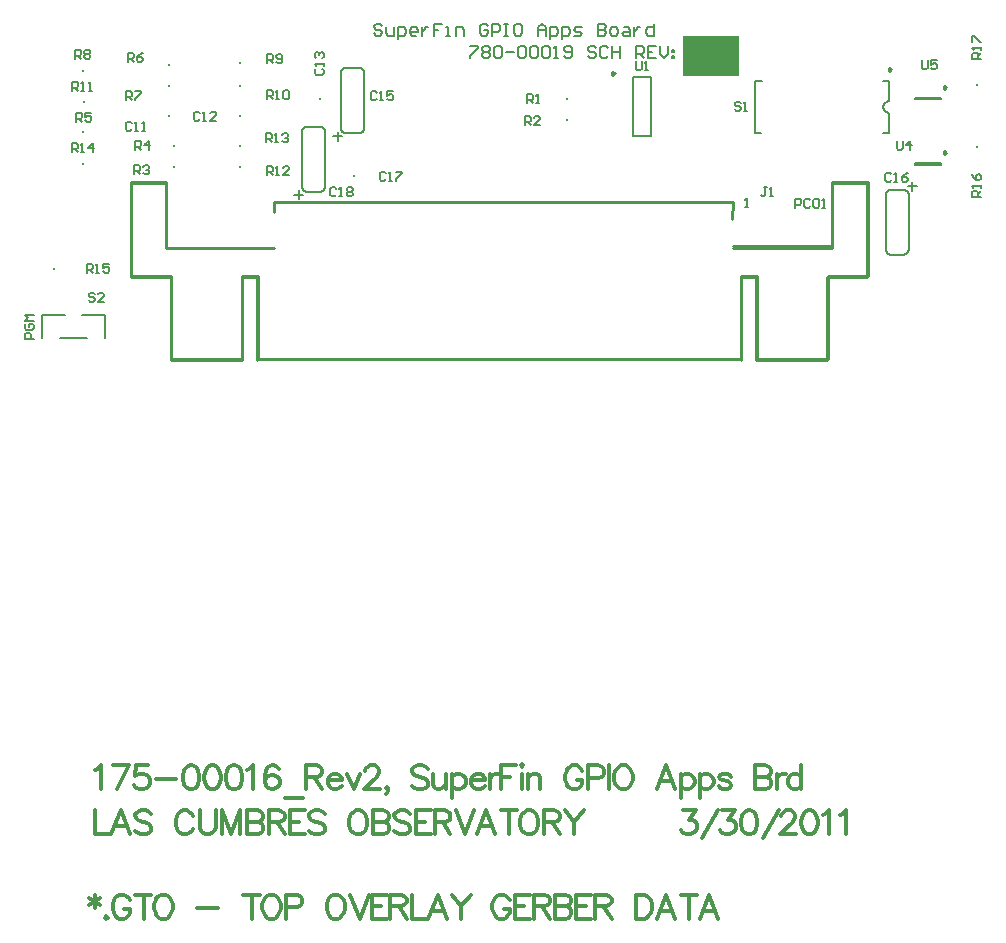
<source format=gto>
%FSLAX23Y23*%
%MOIN*%
G70*
G01*
G75*
G04 Layer_Color=65535*
%ADD10R,0.030X0.060*%
%ADD11R,0.048X0.078*%
%ADD12R,0.050X0.050*%
%ADD13R,0.016X0.041*%
%ADD14O,0.098X0.028*%
%ADD15R,0.030X0.100*%
%ADD16R,0.014X0.060*%
%ADD17R,0.031X0.060*%
%ADD18R,0.039X0.059*%
%ADD19R,0.050X0.050*%
%ADD20C,0.005*%
%ADD21C,0.020*%
%ADD22C,0.010*%
%ADD23C,0.012*%
%ADD24C,0.012*%
%ADD25C,0.012*%
%ADD26C,0.055*%
%ADD27R,0.059X0.059*%
%ADD28C,0.059*%
%ADD29R,0.059X0.059*%
%ADD30C,0.219*%
%ADD31C,0.024*%
%ADD32C,0.040*%
%ADD33C,0.073*%
G04:AMPARAMS|DCode=34|XSize=93.465mil|YSize=93.465mil|CornerRadius=0mil|HoleSize=0mil|Usage=FLASHONLY|Rotation=0.000|XOffset=0mil|YOffset=0mil|HoleType=Round|Shape=Relief|Width=10mil|Gap=10mil|Entries=4|*
%AMTHD34*
7,0,0,0.093,0.073,0.010,45*
%
%ADD34THD34*%
%ADD35C,0.075*%
G04:AMPARAMS|DCode=36|XSize=95.433mil|YSize=95.433mil|CornerRadius=0mil|HoleSize=0mil|Usage=FLASHONLY|Rotation=0.000|XOffset=0mil|YOffset=0mil|HoleType=Round|Shape=Relief|Width=10mil|Gap=10mil|Entries=4|*
%AMTHD36*
7,0,0,0.095,0.075,0.010,45*
%
%ADD36THD36*%
%ADD37C,0.206*%
%ADD38C,0.050*%
G04:AMPARAMS|DCode=39|XSize=70mil|YSize=70mil|CornerRadius=0mil|HoleSize=0mil|Usage=FLASHONLY|Rotation=0.000|XOffset=0mil|YOffset=0mil|HoleType=Round|Shape=Relief|Width=10mil|Gap=10mil|Entries=4|*
%AMTHD39*
7,0,0,0.070,0.050,0.010,45*
%
%ADD39THD39*%
%ADD40O,0.091X0.024*%
%ADD41R,0.020X0.020*%
%ADD42R,0.020X0.016*%
%ADD43O,0.079X0.024*%
%ADD44R,0.017X0.045*%
%ADD45C,0.007*%
%ADD46C,0.008*%
%ADD47C,0.010*%
%ADD48C,0.010*%
%ADD49C,0.008*%
%ADD50C,0.007*%
%ADD51C,0.006*%
%ADD52R,0.189X0.132*%
D20*
X23755Y16358D02*
X23750Y16363D01*
X23740D01*
X23735Y16358D01*
Y16353D01*
X23740Y16348D01*
X23750D01*
X23755Y16343D01*
Y16338D01*
X23750Y16333D01*
X23740D01*
X23735Y16338D01*
X23765Y16333D02*
X23775D01*
X23770D01*
Y16363D01*
X23765Y16358D01*
X22408Y16074D02*
X22403Y16079D01*
X22393D01*
X22388Y16074D01*
Y16054D01*
X22393Y16049D01*
X22403D01*
X22408Y16054D01*
X22418Y16049D02*
X22428D01*
X22423D01*
Y16079D01*
X22418Y16074D01*
X22443D02*
X22448Y16079D01*
X22458D01*
X22463Y16074D01*
Y16069D01*
X22458Y16064D01*
X22463Y16059D01*
Y16054D01*
X22458Y16049D01*
X22448D01*
X22443Y16054D01*
Y16059D01*
X22448Y16064D01*
X22443Y16069D01*
Y16074D01*
X22448Y16064D02*
X22458D01*
X24557Y16507D02*
X24527D01*
Y16522D01*
X24532Y16527D01*
X24542D01*
X24547Y16522D01*
Y16507D01*
Y16517D02*
X24557Y16527D01*
Y16537D02*
Y16547D01*
Y16542D01*
X24527D01*
X24532Y16537D01*
X24527Y16562D02*
Y16582D01*
X24532D01*
X24552Y16562D01*
X24557D01*
X24359Y16502D02*
Y16477D01*
X24364Y16472D01*
X24374D01*
X24379Y16477D01*
Y16502D01*
X24409D02*
X24389D01*
Y16487D01*
X24399Y16492D01*
X24404D01*
X24409Y16487D01*
Y16477D01*
X24404Y16472D01*
X24394D01*
X24389Y16477D01*
X23405Y16498D02*
Y16473D01*
X23410Y16468D01*
X23420D01*
X23425Y16473D01*
Y16498D01*
X23435Y16468D02*
X23445D01*
X23440D01*
Y16498D01*
X23435Y16493D01*
X23843Y16079D02*
X23833D01*
X23838D01*
Y16054D01*
X23833Y16049D01*
X23828D01*
X23823Y16054D01*
X23853Y16049D02*
X23863D01*
X23858D01*
Y16079D01*
X23853Y16074D01*
X23771Y16012D02*
X23781D01*
X23776D01*
Y16042D01*
X23771Y16037D01*
X23937Y16010D02*
Y16040D01*
X23952D01*
X23957Y16035D01*
Y16025D01*
X23952Y16020D01*
X23937D01*
X23987Y16035D02*
X23982Y16040D01*
X23972D01*
X23967Y16035D01*
Y16015D01*
X23972Y16010D01*
X23982D01*
X23987Y16015D01*
X23997Y16035D02*
X24002Y16040D01*
X24012D01*
X24017Y16035D01*
Y16015D01*
X24012Y16010D01*
X24002D01*
X23997Y16015D01*
Y16035D01*
X24027Y16010D02*
X24037D01*
X24032D01*
Y16040D01*
X24027Y16035D01*
X21603Y15721D02*
X21598Y15726D01*
X21588D01*
X21583Y15721D01*
Y15716D01*
X21588Y15711D01*
X21598D01*
X21603Y15706D01*
Y15701D01*
X21598Y15696D01*
X21588D01*
X21583Y15701D01*
X21633Y15696D02*
X21613D01*
X21633Y15716D01*
Y15721D01*
X21628Y15726D01*
X21618D01*
X21613Y15721D01*
X21726Y16292D02*
X21721Y16297D01*
X21711D01*
X21706Y16292D01*
Y16272D01*
X21711Y16267D01*
X21721D01*
X21726Y16272D01*
X21736Y16267D02*
X21746D01*
X21741D01*
Y16297D01*
X21736Y16292D01*
X21761Y16267D02*
X21771D01*
X21766D01*
Y16297D01*
X21761Y16292D01*
X21952Y16325D02*
X21947Y16330D01*
X21937D01*
X21932Y16325D01*
Y16305D01*
X21937Y16300D01*
X21947D01*
X21952Y16305D01*
X21962Y16300D02*
X21972D01*
X21967D01*
Y16330D01*
X21962Y16325D01*
X22007Y16300D02*
X21987D01*
X22007Y16320D01*
Y16325D01*
X22002Y16330D01*
X21992D01*
X21987Y16325D01*
X22340Y16473D02*
X22335Y16468D01*
Y16458D01*
X22340Y16453D01*
X22360D01*
X22365Y16458D01*
Y16468D01*
X22360Y16473D01*
X22365Y16483D02*
Y16493D01*
Y16488D01*
X22335D01*
X22340Y16483D01*
Y16508D02*
X22335Y16513D01*
Y16523D01*
X22340Y16528D01*
X22345D01*
X22350Y16523D01*
Y16518D01*
Y16523D01*
X22355Y16528D01*
X22360D01*
X22365Y16523D01*
Y16513D01*
X22360Y16508D01*
X22542Y16394D02*
X22537Y16399D01*
X22527D01*
X22522Y16394D01*
Y16374D01*
X22527Y16369D01*
X22537D01*
X22542Y16374D01*
X22552Y16369D02*
X22562D01*
X22557D01*
Y16399D01*
X22552Y16394D01*
X22597Y16399D02*
X22577D01*
Y16384D01*
X22587Y16389D01*
X22592D01*
X22597Y16384D01*
Y16374D01*
X22592Y16369D01*
X22582D01*
X22577Y16374D01*
X24258Y16122D02*
X24253Y16127D01*
X24243D01*
X24238Y16122D01*
Y16102D01*
X24243Y16097D01*
X24253D01*
X24258Y16102D01*
X24268Y16097D02*
X24278D01*
X24273D01*
Y16127D01*
X24268Y16122D01*
X24313Y16127D02*
X24303Y16122D01*
X24293Y16112D01*
Y16102D01*
X24298Y16097D01*
X24308D01*
X24313Y16102D01*
Y16107D01*
X24308Y16112D01*
X24293D01*
X22572Y16125D02*
X22567Y16130D01*
X22557D01*
X22552Y16125D01*
Y16105D01*
X22557Y16100D01*
X22567D01*
X22572Y16105D01*
X22582Y16100D02*
X22592D01*
X22587D01*
Y16130D01*
X22582Y16125D01*
X22607Y16130D02*
X22627D01*
Y16125D01*
X22607Y16105D01*
Y16100D01*
X23044Y16359D02*
Y16389D01*
X23059D01*
X23064Y16384D01*
Y16374D01*
X23059Y16369D01*
X23044D01*
X23054D02*
X23064Y16359D01*
X23074D02*
X23084D01*
X23079D01*
Y16389D01*
X23074Y16384D01*
X23036Y16285D02*
Y16315D01*
X23051D01*
X23056Y16310D01*
Y16300D01*
X23051Y16295D01*
X23036D01*
X23046D02*
X23056Y16285D01*
X23086D02*
X23066D01*
X23086Y16305D01*
Y16310D01*
X23081Y16315D01*
X23071D01*
X23066Y16310D01*
X21734Y16122D02*
Y16152D01*
X21749D01*
X21754Y16147D01*
Y16137D01*
X21749Y16132D01*
X21734D01*
X21744D02*
X21754Y16122D01*
X21764Y16147D02*
X21769Y16152D01*
X21779D01*
X21784Y16147D01*
Y16142D01*
X21779Y16137D01*
X21774D01*
X21779D01*
X21784Y16132D01*
Y16127D01*
X21779Y16122D01*
X21769D01*
X21764Y16127D01*
X21737Y16203D02*
Y16233D01*
X21752D01*
X21757Y16228D01*
Y16218D01*
X21752Y16213D01*
X21737D01*
X21747D02*
X21757Y16203D01*
X21782D02*
Y16233D01*
X21767Y16218D01*
X21787D01*
X21540Y16296D02*
Y16326D01*
X21555D01*
X21560Y16321D01*
Y16311D01*
X21555Y16306D01*
X21540D01*
X21550D02*
X21560Y16296D01*
X21590Y16326D02*
X21570D01*
Y16311D01*
X21580Y16316D01*
X21585D01*
X21590Y16311D01*
Y16301D01*
X21585Y16296D01*
X21575D01*
X21570Y16301D01*
X21712Y16497D02*
Y16527D01*
X21727D01*
X21732Y16522D01*
Y16512D01*
X21727Y16507D01*
X21712D01*
X21722D02*
X21732Y16497D01*
X21762Y16527D02*
X21752Y16522D01*
X21742Y16512D01*
Y16502D01*
X21747Y16497D01*
X21757D01*
X21762Y16502D01*
Y16507D01*
X21757Y16512D01*
X21742D01*
X21705Y16368D02*
Y16398D01*
X21720D01*
X21725Y16393D01*
Y16383D01*
X21720Y16378D01*
X21705D01*
X21715D02*
X21725Y16368D01*
X21735Y16398D02*
X21755D01*
Y16393D01*
X21735Y16373D01*
Y16368D01*
X21538Y16506D02*
Y16536D01*
X21553D01*
X21558Y16531D01*
Y16521D01*
X21553Y16516D01*
X21538D01*
X21548D02*
X21558Y16506D01*
X21568Y16531D02*
X21573Y16536D01*
X21583D01*
X21588Y16531D01*
Y16526D01*
X21583Y16521D01*
X21588Y16516D01*
Y16511D01*
X21583Y16506D01*
X21573D01*
X21568Y16511D01*
Y16516D01*
X21573Y16521D01*
X21568Y16526D01*
Y16531D01*
X21573Y16521D02*
X21583D01*
X22177Y16492D02*
Y16522D01*
X22192D01*
X22197Y16517D01*
Y16507D01*
X22192Y16502D01*
X22177D01*
X22187D02*
X22197Y16492D01*
X22207Y16497D02*
X22212Y16492D01*
X22222D01*
X22227Y16497D01*
Y16517D01*
X22222Y16522D01*
X22212D01*
X22207Y16517D01*
Y16512D01*
X22212Y16507D01*
X22227D01*
X22175Y16371D02*
Y16401D01*
X22190D01*
X22195Y16396D01*
Y16386D01*
X22190Y16381D01*
X22175D01*
X22185D02*
X22195Y16371D01*
X22205D02*
X22215D01*
X22210D01*
Y16401D01*
X22205Y16396D01*
X22230D02*
X22235Y16401D01*
X22245D01*
X22250Y16396D01*
Y16376D01*
X22245Y16371D01*
X22235D01*
X22230Y16376D01*
Y16396D01*
X21527Y16400D02*
Y16430D01*
X21542D01*
X21547Y16425D01*
Y16415D01*
X21542Y16410D01*
X21527D01*
X21537D02*
X21547Y16400D01*
X21557D02*
X21567D01*
X21562D01*
Y16430D01*
X21557Y16425D01*
X21582Y16400D02*
X21592D01*
X21587D01*
Y16430D01*
X21582Y16425D01*
X22175Y16118D02*
Y16148D01*
X22190D01*
X22195Y16143D01*
Y16133D01*
X22190Y16128D01*
X22175D01*
X22185D02*
X22195Y16118D01*
X22205D02*
X22215D01*
X22210D01*
Y16148D01*
X22205Y16143D01*
X22250Y16118D02*
X22230D01*
X22250Y16138D01*
Y16143D01*
X22245Y16148D01*
X22235D01*
X22230Y16143D01*
X22172Y16228D02*
Y16258D01*
X22187D01*
X22192Y16253D01*
Y16243D01*
X22187Y16238D01*
X22172D01*
X22182D02*
X22192Y16228D01*
X22202D02*
X22212D01*
X22207D01*
Y16258D01*
X22202Y16253D01*
X22227D02*
X22232Y16258D01*
X22242D01*
X22247Y16253D01*
Y16248D01*
X22242Y16243D01*
X22237D01*
X22242D01*
X22247Y16238D01*
Y16233D01*
X22242Y16228D01*
X22232D01*
X22227Y16233D01*
X21526Y16195D02*
Y16225D01*
X21541D01*
X21546Y16220D01*
Y16210D01*
X21541Y16205D01*
X21526D01*
X21536D02*
X21546Y16195D01*
X21556D02*
X21566D01*
X21561D01*
Y16225D01*
X21556Y16220D01*
X21596Y16195D02*
Y16225D01*
X21581Y16210D01*
X21601D01*
X21576Y15793D02*
Y15823D01*
X21591D01*
X21596Y15818D01*
Y15808D01*
X21591Y15803D01*
X21576D01*
X21586D02*
X21596Y15793D01*
X21606D02*
X21616D01*
X21611D01*
Y15823D01*
X21606Y15818D01*
X21651Y15823D02*
X21631D01*
Y15808D01*
X21641Y15813D01*
X21646D01*
X21651Y15808D01*
Y15798D01*
X21646Y15793D01*
X21636D01*
X21631Y15798D01*
X24555Y16047D02*
X24525D01*
Y16062D01*
X24530Y16067D01*
X24540D01*
X24545Y16062D01*
Y16047D01*
Y16057D02*
X24555Y16067D01*
Y16077D02*
Y16087D01*
Y16082D01*
X24525D01*
X24530Y16077D01*
X24525Y16122D02*
X24530Y16112D01*
X24540Y16102D01*
X24550D01*
X24555Y16107D01*
Y16117D01*
X24550Y16122D01*
X24545D01*
X24540Y16117D01*
Y16102D01*
X24276Y16233D02*
Y16208D01*
X24281Y16203D01*
X24291D01*
X24296Y16208D01*
Y16233D01*
X24321Y16203D02*
Y16233D01*
X24306Y16218D01*
X24326D01*
X21399Y15574D02*
X21369D01*
Y15589D01*
X21374Y15594D01*
X21384D01*
X21389Y15589D01*
Y15574D01*
X21374Y15624D02*
X21369Y15619D01*
Y15609D01*
X21374Y15604D01*
X21394D01*
X21399Y15609D01*
Y15619D01*
X21394Y15624D01*
X21384D01*
Y15614D01*
X21399Y15634D02*
X21369D01*
X21379Y15644D01*
X21369Y15654D01*
X21399D01*
D22*
X24257Y16471D02*
X24249Y16475D01*
Y16467D01*
X24257Y16471D01*
X23728Y15972D02*
X23729Y16030D01*
X24061Y15881D02*
Y16097D01*
X24179Y15782D02*
Y16097D01*
X23757Y15507D02*
Y15782D01*
X23809Y15507D02*
Y15782D01*
X24045Y15507D02*
Y15782D01*
X23757D02*
X23809D01*
X24061Y16097D02*
X24179D01*
X24045Y15782D02*
X24179D01*
X23730Y15881D02*
X24061D01*
X23809Y15507D02*
X24045D01*
X22144D02*
X23757D01*
X21857D02*
X22093D01*
X21841Y15876D02*
X22200D01*
X21723Y15782D02*
X21857D01*
X21723Y16097D02*
X21841D01*
X22093Y15782D02*
X22145D01*
X21857Y15507D02*
Y15782D01*
X22093Y15507D02*
Y15782D01*
X22145Y15507D02*
Y15782D01*
X21723D02*
Y16097D01*
X21841Y15881D02*
Y16097D01*
X21840Y15877D02*
Y16093D01*
X21722Y15778D02*
Y16093D01*
X22144Y15503D02*
Y15778D01*
X22092Y15503D02*
Y15778D01*
X21856Y15503D02*
Y15778D01*
X22092D02*
X22144D01*
X21722Y16093D02*
X21840D01*
X21722Y15778D02*
X21856D01*
Y15503D02*
X22092D01*
X23807D02*
X24044D01*
X23729Y15877D02*
X24059D01*
X24044Y15778D02*
X24178D01*
X24059Y16093D02*
X24178D01*
X23756Y15778D02*
X23807D01*
X24044Y15503D02*
Y15778D01*
X23807Y15503D02*
Y15778D01*
X23756Y15503D02*
Y15778D01*
X24178D02*
Y16093D01*
X24059Y15877D02*
Y16093D01*
X22200Y16030D02*
X23729D01*
X22200Y15995D02*
Y16030D01*
D23*
X21602Y13720D02*
Y13675D01*
X21583Y13709D02*
X21621Y13686D01*
Y13709D02*
X21583Y13686D01*
X21641Y13648D02*
X21637Y13644D01*
X21641Y13640D01*
X21645Y13644D01*
X21641Y13648D01*
X21720Y13701D02*
X21716Y13709D01*
X21708Y13716D01*
X21701Y13720D01*
X21685D01*
X21678Y13716D01*
X21670Y13709D01*
X21666Y13701D01*
X21662Y13690D01*
Y13671D01*
X21666Y13659D01*
X21670Y13652D01*
X21678Y13644D01*
X21685Y13640D01*
X21701D01*
X21708Y13644D01*
X21716Y13652D01*
X21720Y13659D01*
Y13671D01*
X21701D02*
X21720D01*
X21765Y13720D02*
Y13640D01*
X21738Y13720D02*
X21791D01*
X21824D02*
X21816Y13716D01*
X21808Y13709D01*
X21805Y13701D01*
X21801Y13690D01*
Y13671D01*
X21805Y13659D01*
X21808Y13652D01*
X21816Y13644D01*
X21824Y13640D01*
X21839D01*
X21846Y13644D01*
X21854Y13652D01*
X21858Y13659D01*
X21862Y13671D01*
Y13690D01*
X21858Y13701D01*
X21854Y13709D01*
X21846Y13716D01*
X21839Y13720D01*
X21824D01*
X21943Y13675D02*
X22012D01*
X22125Y13720D02*
Y13640D01*
X22098Y13720D02*
X22152D01*
X22184D02*
X22176Y13716D01*
X22169Y13709D01*
X22165Y13701D01*
X22161Y13690D01*
Y13671D01*
X22165Y13659D01*
X22169Y13652D01*
X22176Y13644D01*
X22184Y13640D01*
X22199D01*
X22207Y13644D01*
X22214Y13652D01*
X22218Y13659D01*
X22222Y13671D01*
Y13690D01*
X22218Y13701D01*
X22214Y13709D01*
X22207Y13716D01*
X22199Y13720D01*
X22184D01*
X22241Y13678D02*
X22275D01*
X22286Y13682D01*
X22290Y13686D01*
X22294Y13694D01*
Y13705D01*
X22290Y13713D01*
X22286Y13716D01*
X22275Y13720D01*
X22241D01*
Y13640D01*
X22398Y13720D02*
X22390Y13716D01*
X22382Y13709D01*
X22379Y13701D01*
X22375Y13690D01*
Y13671D01*
X22379Y13659D01*
X22382Y13652D01*
X22390Y13644D01*
X22398Y13640D01*
X22413D01*
X22420Y13644D01*
X22428Y13652D01*
X22432Y13659D01*
X22436Y13671D01*
Y13690D01*
X22432Y13701D01*
X22428Y13709D01*
X22420Y13716D01*
X22413Y13720D01*
X22398D01*
X22454D02*
X22485Y13640D01*
X22515Y13720D02*
X22485Y13640D01*
X22575Y13720D02*
X22526D01*
Y13640D01*
X22575D01*
X22526Y13682D02*
X22556D01*
X22588Y13720D02*
Y13640D01*
Y13720D02*
X22623D01*
X22634Y13716D01*
X22638Y13713D01*
X22642Y13705D01*
Y13697D01*
X22638Y13690D01*
X22634Y13686D01*
X22623Y13682D01*
X22588D01*
X22615D02*
X22642Y13640D01*
X22660Y13720D02*
Y13640D01*
X22705D01*
X22775D02*
X22745Y13720D01*
X22714Y13640D01*
X22725Y13667D02*
X22764D01*
X22794Y13720D02*
X22824Y13682D01*
Y13640D01*
X22855Y13720D02*
X22824Y13682D01*
X22985Y13701D02*
X22981Y13709D01*
X22973Y13716D01*
X22966Y13720D01*
X22951D01*
X22943Y13716D01*
X22935Y13709D01*
X22932Y13701D01*
X22928Y13690D01*
Y13671D01*
X22932Y13659D01*
X22935Y13652D01*
X22943Y13644D01*
X22951Y13640D01*
X22966D01*
X22973Y13644D01*
X22981Y13652D01*
X22985Y13659D01*
Y13671D01*
X22966D02*
X22985D01*
X23053Y13720D02*
X23003D01*
Y13640D01*
X23053D01*
X23003Y13682D02*
X23034D01*
X23066Y13720D02*
Y13640D01*
Y13720D02*
X23100D01*
X23112Y13716D01*
X23115Y13713D01*
X23119Y13705D01*
Y13697D01*
X23115Y13690D01*
X23112Y13686D01*
X23100Y13682D01*
X23066D01*
X23093D02*
X23119Y13640D01*
X23137Y13720D02*
Y13640D01*
Y13720D02*
X23171D01*
X23183Y13716D01*
X23187Y13713D01*
X23191Y13705D01*
Y13697D01*
X23187Y13690D01*
X23183Y13686D01*
X23171Y13682D01*
X23137D02*
X23171D01*
X23183Y13678D01*
X23187Y13675D01*
X23191Y13667D01*
Y13656D01*
X23187Y13648D01*
X23183Y13644D01*
X23171Y13640D01*
X23137D01*
X23258Y13720D02*
X23208D01*
Y13640D01*
X23258D01*
X23208Y13682D02*
X23239D01*
X23271Y13720D02*
Y13640D01*
Y13720D02*
X23306D01*
X23317Y13716D01*
X23321Y13713D01*
X23325Y13705D01*
Y13697D01*
X23321Y13690D01*
X23317Y13686D01*
X23306Y13682D01*
X23271D01*
X23298D02*
X23325Y13640D01*
X23405Y13720D02*
Y13640D01*
Y13720D02*
X23432D01*
X23443Y13716D01*
X23451Y13709D01*
X23455Y13701D01*
X23459Y13690D01*
Y13671D01*
X23455Y13659D01*
X23451Y13652D01*
X23443Y13644D01*
X23432Y13640D01*
X23405D01*
X23538D02*
X23507Y13720D01*
X23477Y13640D01*
X23488Y13667D02*
X23526D01*
X23583Y13720D02*
Y13640D01*
X23556Y13720D02*
X23609D01*
X23680Y13640D02*
X23649Y13720D01*
X23619Y13640D01*
X23630Y13667D02*
X23669D01*
D24*
X21604Y14136D02*
X21612Y14139D01*
X21623Y14151D01*
Y14071D01*
X21716Y14151D02*
X21678Y14071D01*
X21663Y14151D02*
X21716D01*
X21779D02*
X21741D01*
X21738Y14117D01*
X21741Y14120D01*
X21753Y14124D01*
X21764D01*
X21776Y14120D01*
X21783Y14113D01*
X21787Y14101D01*
Y14094D01*
X21783Y14082D01*
X21776Y14075D01*
X21764Y14071D01*
X21753D01*
X21741Y14075D01*
X21738Y14079D01*
X21734Y14086D01*
X21805Y14105D02*
X21874D01*
X21920Y14151D02*
X21909Y14147D01*
X21901Y14136D01*
X21897Y14117D01*
Y14105D01*
X21901Y14086D01*
X21909Y14075D01*
X21920Y14071D01*
X21928D01*
X21939Y14075D01*
X21947Y14086D01*
X21950Y14105D01*
Y14117D01*
X21947Y14136D01*
X21939Y14147D01*
X21928Y14151D01*
X21920D01*
X21991D02*
X21980Y14147D01*
X21972Y14136D01*
X21968Y14117D01*
Y14105D01*
X21972Y14086D01*
X21980Y14075D01*
X21991Y14071D01*
X21999D01*
X22010Y14075D01*
X22018Y14086D01*
X22022Y14105D01*
Y14117D01*
X22018Y14136D01*
X22010Y14147D01*
X21999Y14151D01*
X21991D01*
X22062D02*
X22051Y14147D01*
X22043Y14136D01*
X22040Y14117D01*
Y14105D01*
X22043Y14086D01*
X22051Y14075D01*
X22062Y14071D01*
X22070D01*
X22082Y14075D01*
X22089Y14086D01*
X22093Y14105D01*
Y14117D01*
X22089Y14136D01*
X22082Y14147D01*
X22070Y14151D01*
X22062D01*
X22111Y14136D02*
X22118Y14139D01*
X22130Y14151D01*
Y14071D01*
X22215Y14139D02*
X22211Y14147D01*
X22200Y14151D01*
X22192D01*
X22181Y14147D01*
X22173Y14136D01*
X22169Y14117D01*
Y14098D01*
X22173Y14082D01*
X22181Y14075D01*
X22192Y14071D01*
X22196D01*
X22208Y14075D01*
X22215Y14082D01*
X22219Y14094D01*
Y14098D01*
X22215Y14109D01*
X22208Y14117D01*
X22196Y14120D01*
X22192D01*
X22181Y14117D01*
X22173Y14109D01*
X22169Y14098D01*
X22237Y14044D02*
X22297D01*
X22308Y14151D02*
Y14071D01*
Y14151D02*
X22342D01*
X22353Y14147D01*
X22357Y14143D01*
X22361Y14136D01*
Y14128D01*
X22357Y14120D01*
X22353Y14117D01*
X22342Y14113D01*
X22308D01*
X22334D02*
X22361Y14071D01*
X22379Y14101D02*
X22425D01*
Y14109D01*
X22421Y14117D01*
X22417Y14120D01*
X22409Y14124D01*
X22398D01*
X22390Y14120D01*
X22383Y14113D01*
X22379Y14101D01*
Y14094D01*
X22383Y14082D01*
X22390Y14075D01*
X22398Y14071D01*
X22409D01*
X22417Y14075D01*
X22425Y14082D01*
X22442Y14124D02*
X22465Y14071D01*
X22488Y14124D02*
X22465Y14071D01*
X22504Y14132D02*
Y14136D01*
X22508Y14143D01*
X22512Y14147D01*
X22520Y14151D01*
X22535D01*
X22542Y14147D01*
X22546Y14143D01*
X22550Y14136D01*
Y14128D01*
X22546Y14120D01*
X22539Y14109D01*
X22500Y14071D01*
X22554D01*
X22579Y14075D02*
X22576Y14071D01*
X22572Y14075D01*
X22576Y14079D01*
X22579Y14075D01*
Y14067D01*
X22576Y14059D01*
X22572Y14056D01*
X22713Y14139D02*
X22705Y14147D01*
X22694Y14151D01*
X22679D01*
X22667Y14147D01*
X22660Y14139D01*
Y14132D01*
X22663Y14124D01*
X22667Y14120D01*
X22675Y14117D01*
X22698Y14109D01*
X22705Y14105D01*
X22709Y14101D01*
X22713Y14094D01*
Y14082D01*
X22705Y14075D01*
X22694Y14071D01*
X22679D01*
X22667Y14075D01*
X22660Y14082D01*
X22731Y14124D02*
Y14086D01*
X22735Y14075D01*
X22742Y14071D01*
X22754D01*
X22761Y14075D01*
X22773Y14086D01*
Y14124D02*
Y14071D01*
X22794Y14124D02*
Y14044D01*
Y14113D02*
X22801Y14120D01*
X22809Y14124D01*
X22820D01*
X22828Y14120D01*
X22836Y14113D01*
X22839Y14101D01*
Y14094D01*
X22836Y14082D01*
X22828Y14075D01*
X22820Y14071D01*
X22809D01*
X22801Y14075D01*
X22794Y14082D01*
X22857Y14101D02*
X22902D01*
Y14109D01*
X22898Y14117D01*
X22895Y14120D01*
X22887Y14124D01*
X22876D01*
X22868Y14120D01*
X22860Y14113D01*
X22857Y14101D01*
Y14094D01*
X22860Y14082D01*
X22868Y14075D01*
X22876Y14071D01*
X22887D01*
X22895Y14075D01*
X22902Y14082D01*
X22919Y14124D02*
Y14071D01*
Y14101D02*
X22923Y14113D01*
X22931Y14120D01*
X22938Y14124D01*
X22950D01*
X22957Y14151D02*
Y14071D01*
Y14151D02*
X23007D01*
X22957Y14113D02*
X22988D01*
X23023Y14151D02*
X23027Y14147D01*
X23031Y14151D01*
X23027Y14155D01*
X23023Y14151D01*
X23027Y14124D02*
Y14071D01*
X23045Y14124D02*
Y14071D01*
Y14109D02*
X23057Y14120D01*
X23064Y14124D01*
X23076D01*
X23083Y14120D01*
X23087Y14109D01*
Y14071D01*
X23228Y14132D02*
X23224Y14139D01*
X23217Y14147D01*
X23209Y14151D01*
X23194D01*
X23186Y14147D01*
X23178Y14139D01*
X23175Y14132D01*
X23171Y14120D01*
Y14101D01*
X23175Y14090D01*
X23178Y14082D01*
X23186Y14075D01*
X23194Y14071D01*
X23209D01*
X23217Y14075D01*
X23224Y14082D01*
X23228Y14090D01*
Y14101D01*
X23209D02*
X23228D01*
X23246Y14109D02*
X23280D01*
X23292Y14113D01*
X23296Y14117D01*
X23300Y14124D01*
Y14136D01*
X23296Y14143D01*
X23292Y14147D01*
X23280Y14151D01*
X23246D01*
Y14071D01*
X23317Y14151D02*
Y14071D01*
X23357Y14151D02*
X23349Y14147D01*
X23342Y14139D01*
X23338Y14132D01*
X23334Y14120D01*
Y14101D01*
X23338Y14090D01*
X23342Y14082D01*
X23349Y14075D01*
X23357Y14071D01*
X23372D01*
X23380Y14075D01*
X23388Y14082D01*
X23391Y14090D01*
X23395Y14101D01*
Y14120D01*
X23391Y14132D01*
X23388Y14139D01*
X23380Y14147D01*
X23372Y14151D01*
X23357D01*
X23538Y14071D02*
X23507Y14151D01*
X23477Y14071D01*
X23488Y14098D02*
X23526D01*
X23556Y14124D02*
Y14044D01*
Y14113D02*
X23564Y14120D01*
X23571Y14124D01*
X23583D01*
X23591Y14120D01*
X23598Y14113D01*
X23602Y14101D01*
Y14094D01*
X23598Y14082D01*
X23591Y14075D01*
X23583Y14071D01*
X23571D01*
X23564Y14075D01*
X23556Y14082D01*
X23619Y14124D02*
Y14044D01*
Y14113D02*
X23627Y14120D01*
X23634Y14124D01*
X23646D01*
X23653Y14120D01*
X23661Y14113D01*
X23665Y14101D01*
Y14094D01*
X23661Y14082D01*
X23653Y14075D01*
X23646Y14071D01*
X23634D01*
X23627Y14075D01*
X23619Y14082D01*
X23724Y14113D02*
X23720Y14120D01*
X23709Y14124D01*
X23697D01*
X23686Y14120D01*
X23682Y14113D01*
X23686Y14105D01*
X23693Y14101D01*
X23712Y14098D01*
X23720Y14094D01*
X23724Y14086D01*
Y14082D01*
X23720Y14075D01*
X23709Y14071D01*
X23697D01*
X23686Y14075D01*
X23682Y14082D01*
X23803Y14151D02*
Y14071D01*
Y14151D02*
X23838D01*
X23849Y14147D01*
X23853Y14143D01*
X23857Y14136D01*
Y14128D01*
X23853Y14120D01*
X23849Y14117D01*
X23838Y14113D01*
X23803D02*
X23838D01*
X23849Y14109D01*
X23853Y14105D01*
X23857Y14098D01*
Y14086D01*
X23853Y14079D01*
X23849Y14075D01*
X23838Y14071D01*
X23803D01*
X23875Y14124D02*
Y14071D01*
Y14101D02*
X23878Y14113D01*
X23886Y14120D01*
X23894Y14124D01*
X23905D01*
X23958Y14151D02*
Y14071D01*
Y14113D02*
X23950Y14120D01*
X23943Y14124D01*
X23931D01*
X23924Y14120D01*
X23916Y14113D01*
X23912Y14101D01*
Y14094D01*
X23916Y14082D01*
X23924Y14075D01*
X23931Y14071D01*
X23943D01*
X23950Y14075D01*
X23958Y14082D01*
D25*
X21604Y14001D02*
Y13921D01*
X21650D01*
X21719D02*
X21689Y14001D01*
X21658Y13921D01*
X21670Y13948D02*
X21708D01*
X21791Y13989D02*
X21784Y13997D01*
X21772Y14001D01*
X21757D01*
X21746Y13997D01*
X21738Y13989D01*
Y13982D01*
X21742Y13974D01*
X21746Y13970D01*
X21753Y13967D01*
X21776Y13959D01*
X21784Y13955D01*
X21787Y13951D01*
X21791Y13944D01*
Y13932D01*
X21784Y13925D01*
X21772Y13921D01*
X21757D01*
X21746Y13925D01*
X21738Y13932D01*
X21929Y13982D02*
X21925Y13989D01*
X21918Y13997D01*
X21910Y14001D01*
X21895D01*
X21887Y13997D01*
X21880Y13989D01*
X21876Y13982D01*
X21872Y13970D01*
Y13951D01*
X21876Y13940D01*
X21880Y13932D01*
X21887Y13925D01*
X21895Y13921D01*
X21910D01*
X21918Y13925D01*
X21925Y13932D01*
X21929Y13940D01*
X21952Y14001D02*
Y13944D01*
X21955Y13932D01*
X21963Y13925D01*
X21974Y13921D01*
X21982D01*
X21994Y13925D01*
X22001Y13932D01*
X22005Y13944D01*
Y14001D01*
X22027D02*
Y13921D01*
Y14001D02*
X22058Y13921D01*
X22088Y14001D02*
X22058Y13921D01*
X22088Y14001D02*
Y13921D01*
X22111Y14001D02*
Y13921D01*
Y14001D02*
X22145D01*
X22157Y13997D01*
X22160Y13993D01*
X22164Y13986D01*
Y13978D01*
X22160Y13970D01*
X22157Y13967D01*
X22145Y13963D01*
X22111D02*
X22145D01*
X22157Y13959D01*
X22160Y13955D01*
X22164Y13948D01*
Y13936D01*
X22160Y13928D01*
X22157Y13925D01*
X22145Y13921D01*
X22111D01*
X22182Y14001D02*
Y13921D01*
Y14001D02*
X22216D01*
X22228Y13997D01*
X22232Y13993D01*
X22235Y13986D01*
Y13978D01*
X22232Y13970D01*
X22228Y13967D01*
X22216Y13963D01*
X22182D01*
X22209D02*
X22235Y13921D01*
X22303Y14001D02*
X22253D01*
Y13921D01*
X22303D01*
X22253Y13963D02*
X22284D01*
X22369Y13989D02*
X22362Y13997D01*
X22350Y14001D01*
X22335D01*
X22324Y13997D01*
X22316Y13989D01*
Y13982D01*
X22320Y13974D01*
X22324Y13970D01*
X22331Y13967D01*
X22354Y13959D01*
X22362Y13955D01*
X22366Y13951D01*
X22369Y13944D01*
Y13932D01*
X22362Y13925D01*
X22350Y13921D01*
X22335D01*
X22324Y13925D01*
X22316Y13932D01*
X22473Y14001D02*
X22465Y13997D01*
X22458Y13989D01*
X22454Y13982D01*
X22450Y13970D01*
Y13951D01*
X22454Y13940D01*
X22458Y13932D01*
X22465Y13925D01*
X22473Y13921D01*
X22488D01*
X22496Y13925D01*
X22504Y13932D01*
X22507Y13940D01*
X22511Y13951D01*
Y13970D01*
X22507Y13982D01*
X22504Y13989D01*
X22496Y13997D01*
X22488Y14001D01*
X22473D01*
X22530D02*
Y13921D01*
Y14001D02*
X22564D01*
X22576Y13997D01*
X22579Y13993D01*
X22583Y13986D01*
Y13978D01*
X22579Y13970D01*
X22576Y13967D01*
X22564Y13963D01*
X22530D02*
X22564D01*
X22576Y13959D01*
X22579Y13955D01*
X22583Y13948D01*
Y13936D01*
X22579Y13928D01*
X22576Y13925D01*
X22564Y13921D01*
X22530D01*
X22654Y13989D02*
X22647Y13997D01*
X22635Y14001D01*
X22620D01*
X22609Y13997D01*
X22601Y13989D01*
Y13982D01*
X22605Y13974D01*
X22609Y13970D01*
X22616Y13967D01*
X22639Y13959D01*
X22647Y13955D01*
X22651Y13951D01*
X22654Y13944D01*
Y13932D01*
X22647Y13925D01*
X22635Y13921D01*
X22620D01*
X22609Y13925D01*
X22601Y13932D01*
X22722Y14001D02*
X22672D01*
Y13921D01*
X22722D01*
X22672Y13963D02*
X22703D01*
X22735Y14001D02*
Y13921D01*
Y14001D02*
X22769D01*
X22781Y13997D01*
X22785Y13993D01*
X22788Y13986D01*
Y13978D01*
X22785Y13970D01*
X22781Y13967D01*
X22769Y13963D01*
X22735D01*
X22762D02*
X22788Y13921D01*
X22806Y14001D02*
X22837Y13921D01*
X22867Y14001D02*
X22837Y13921D01*
X22938D02*
X22908Y14001D01*
X22878Y13921D01*
X22889Y13948D02*
X22927D01*
X22984Y14001D02*
Y13921D01*
X22957Y14001D02*
X23010D01*
X23043D02*
X23035Y13997D01*
X23028Y13989D01*
X23024Y13982D01*
X23020Y13970D01*
Y13951D01*
X23024Y13940D01*
X23028Y13932D01*
X23035Y13925D01*
X23043Y13921D01*
X23058D01*
X23066Y13925D01*
X23073Y13932D01*
X23077Y13940D01*
X23081Y13951D01*
Y13970D01*
X23077Y13982D01*
X23073Y13989D01*
X23066Y13997D01*
X23058Y14001D01*
X23043D01*
X23100D02*
Y13921D01*
Y14001D02*
X23134D01*
X23145Y13997D01*
X23149Y13993D01*
X23153Y13986D01*
Y13978D01*
X23149Y13970D01*
X23145Y13967D01*
X23134Y13963D01*
X23100D01*
X23126D02*
X23153Y13921D01*
X23171Y14001D02*
X23201Y13963D01*
Y13921D01*
X23232Y14001D02*
X23201Y13963D01*
X23564Y14001D02*
X23606D01*
X23583Y13970D01*
X23594D01*
X23602Y13967D01*
X23606Y13963D01*
X23610Y13951D01*
Y13944D01*
X23606Y13932D01*
X23598Y13925D01*
X23587Y13921D01*
X23575D01*
X23564Y13925D01*
X23560Y13928D01*
X23556Y13936D01*
X23627Y13909D02*
X23681Y14001D01*
X23694D02*
X23736D01*
X23713Y13970D01*
X23724D01*
X23732Y13967D01*
X23736Y13963D01*
X23739Y13951D01*
Y13944D01*
X23736Y13932D01*
X23728Y13925D01*
X23717Y13921D01*
X23705D01*
X23694Y13925D01*
X23690Y13928D01*
X23686Y13936D01*
X23780Y14001D02*
X23769Y13997D01*
X23761Y13986D01*
X23757Y13967D01*
Y13955D01*
X23761Y13936D01*
X23769Y13925D01*
X23780Y13921D01*
X23788D01*
X23799Y13925D01*
X23807Y13936D01*
X23811Y13955D01*
Y13967D01*
X23807Y13986D01*
X23799Y13997D01*
X23788Y14001D01*
X23780D01*
X23829Y13909D02*
X23882Y14001D01*
X23891Y13982D02*
Y13986D01*
X23895Y13993D01*
X23899Y13997D01*
X23906Y14001D01*
X23922D01*
X23929Y13997D01*
X23933Y13993D01*
X23937Y13986D01*
Y13978D01*
X23933Y13970D01*
X23925Y13959D01*
X23887Y13921D01*
X23941D01*
X23981Y14001D02*
X23970Y13997D01*
X23962Y13986D01*
X23958Y13967D01*
Y13955D01*
X23962Y13936D01*
X23970Y13925D01*
X23981Y13921D01*
X23989D01*
X24000Y13925D01*
X24008Y13936D01*
X24012Y13955D01*
Y13967D01*
X24008Y13986D01*
X24000Y13997D01*
X23989Y14001D01*
X23981D01*
X24030Y13986D02*
X24037Y13989D01*
X24049Y14001D01*
Y13921D01*
X24088Y13986D02*
X24096Y13989D01*
X24107Y14001D01*
Y13921D01*
D45*
X24251Y16366D02*
X24241Y16363D01*
X24233Y16356D01*
X24231Y16346D01*
X24233Y16336D01*
X24241Y16329D01*
X24251Y16326D01*
Y16366D02*
Y16434D01*
X23802Y16258D02*
Y16434D01*
X24251Y16258D02*
Y16326D01*
X23802Y16434D02*
X23825D01*
X24229D02*
X24251D01*
X23802Y16258D02*
X23820D01*
X23824D01*
X24229D02*
X24251D01*
X22267Y16053D02*
X22297D01*
X22282Y16038D02*
Y16068D01*
X22397Y16248D02*
X22427D01*
X22412Y16233D02*
Y16263D01*
X24312Y16081D02*
X24342D01*
X24327Y16066D02*
Y16096D01*
D46*
X22294Y16078D02*
X22298Y16068D01*
X22308Y16064D01*
X22356D02*
X22365Y16068D01*
X22370Y16078D01*
Y16266D02*
X22365Y16276D01*
X22356Y16280D01*
X22308D02*
X22298Y16276D01*
X22294Y16266D01*
X22424Y16273D02*
X22428Y16263D01*
X22438Y16259D01*
X22486D02*
X22495Y16263D01*
X22500Y16273D01*
Y16461D02*
X22495Y16471D01*
X22486Y16475D01*
X22438D02*
X22428Y16471D01*
X22424Y16461D01*
X24315Y16056D02*
X24310Y16066D01*
X24301Y16070D01*
X24253D02*
X24243Y16066D01*
X24239Y16056D01*
Y15868D02*
X24243Y15858D01*
X24253Y15854D01*
X24301D02*
X24310Y15858D01*
X24315Y15868D01*
X22308Y16280D02*
X22356D01*
X22308Y16064D02*
X22356D01*
X22294Y16078D02*
Y16266D01*
X22370Y16078D02*
Y16266D01*
X22438Y16475D02*
X22486D01*
X22438Y16259D02*
X22486D01*
X22424Y16273D02*
Y16461D01*
X22500Y16273D02*
Y16461D01*
X24253Y15854D02*
X24301D01*
X24253Y16070D02*
X24301D01*
X24315Y15868D02*
Y16056D01*
X24239Y15868D02*
Y16056D01*
D47*
X24544Y16418D02*
D03*
X21850Y16317D02*
D03*
X22086D02*
D03*
X22353Y16372D02*
D03*
X22468Y16117D02*
D03*
X23178Y16372D02*
D03*
Y16302D02*
D03*
X21868Y16147D02*
D03*
Y16217D02*
D03*
X21563Y16262D02*
D03*
X21850Y16487D02*
D03*
Y16417D02*
D03*
X21563Y16467D02*
D03*
X22086Y16492D02*
D03*
Y16417D02*
D03*
X21568Y16362D02*
D03*
X22086Y16147D02*
D03*
Y16217D02*
D03*
X21563Y16157D02*
D03*
X21468Y15807D02*
D03*
X24543Y16211D02*
D03*
D48*
X24440Y16411D02*
X24433Y16415D01*
Y16407D01*
X24440Y16411D01*
X23335Y16458D02*
X23328Y16462D01*
Y16454D01*
X23335Y16458D01*
X24440Y16193D02*
X24433Y16198D01*
Y16189D01*
X24440Y16193D01*
D49*
X24337Y16371D02*
X24424D01*
X24337Y16375D02*
X24424D01*
X24337Y16371D02*
Y16375D01*
X24424Y16371D02*
Y16375D01*
X23395Y16249D02*
X23458D01*
X23395Y16446D02*
X23458D01*
Y16249D02*
Y16446D01*
X23395Y16249D02*
Y16446D01*
X24337Y16154D02*
X24424D01*
X24337Y16158D02*
X24424D01*
X24337Y16154D02*
Y16158D01*
X24424Y16154D02*
Y16158D01*
D50*
X21559Y15654D02*
X21638D01*
Y15575D02*
Y15654D01*
X21488Y15575D02*
X21575D01*
X21426D02*
Y15654D01*
X21504D01*
D51*
X22559Y16617D02*
X22553Y16624D01*
X22539D01*
X22533Y16617D01*
Y16611D01*
X22539Y16604D01*
X22553D01*
X22559Y16597D01*
Y16591D01*
X22553Y16584D01*
X22539D01*
X22533Y16591D01*
X22573Y16611D02*
Y16591D01*
X22579Y16584D01*
X22599D01*
Y16611D01*
X22613Y16571D02*
Y16611D01*
X22633D01*
X22639Y16604D01*
Y16591D01*
X22633Y16584D01*
X22613D01*
X22673D02*
X22659D01*
X22653Y16591D01*
Y16604D01*
X22659Y16611D01*
X22673D01*
X22679Y16604D01*
Y16597D01*
X22653D01*
X22693Y16611D02*
Y16584D01*
Y16597D01*
X22699Y16604D01*
X22706Y16611D01*
X22713D01*
X22759Y16624D02*
X22733D01*
Y16604D01*
X22746D01*
X22733D01*
Y16584D01*
X22773D02*
X22786D01*
X22779D01*
Y16611D01*
X22773D01*
X22806Y16584D02*
Y16611D01*
X22826D01*
X22833Y16604D01*
Y16584D01*
X22913Y16617D02*
X22906Y16624D01*
X22893D01*
X22886Y16617D01*
Y16591D01*
X22893Y16584D01*
X22906D01*
X22913Y16591D01*
Y16604D01*
X22899D01*
X22926Y16584D02*
Y16624D01*
X22946D01*
X22953Y16617D01*
Y16604D01*
X22946Y16597D01*
X22926D01*
X22966Y16624D02*
X22979D01*
X22973D01*
Y16584D01*
X22966D01*
X22979D01*
X23019Y16624D02*
X23006D01*
X22999Y16617D01*
Y16591D01*
X23006Y16584D01*
X23019D01*
X23026Y16591D01*
Y16617D01*
X23019Y16624D01*
X23079Y16584D02*
Y16611D01*
X23093Y16624D01*
X23106Y16611D01*
Y16584D01*
Y16604D01*
X23079D01*
X23119Y16571D02*
Y16611D01*
X23139D01*
X23146Y16604D01*
Y16591D01*
X23139Y16584D01*
X23119D01*
X23159Y16571D02*
Y16611D01*
X23179D01*
X23186Y16604D01*
Y16591D01*
X23179Y16584D01*
X23159D01*
X23199D02*
X23219D01*
X23226Y16591D01*
X23219Y16597D01*
X23206D01*
X23199Y16604D01*
X23206Y16611D01*
X23226D01*
X23279Y16624D02*
Y16584D01*
X23299D01*
X23306Y16591D01*
Y16597D01*
X23299Y16604D01*
X23279D01*
X23299D01*
X23306Y16611D01*
Y16617D01*
X23299Y16624D01*
X23279D01*
X23326Y16584D02*
X23339D01*
X23346Y16591D01*
Y16604D01*
X23339Y16611D01*
X23326D01*
X23319Y16604D01*
Y16591D01*
X23326Y16584D01*
X23366Y16611D02*
X23379D01*
X23386Y16604D01*
Y16584D01*
X23366D01*
X23359Y16591D01*
X23366Y16597D01*
X23386D01*
X23399Y16611D02*
Y16584D01*
Y16597D01*
X23406Y16604D01*
X23412Y16611D01*
X23419D01*
X23466Y16624D02*
Y16584D01*
X23446D01*
X23439Y16591D01*
Y16604D01*
X23446Y16611D01*
X23466D01*
X22853Y16550D02*
X22880D01*
Y16544D01*
X22853Y16517D01*
Y16510D01*
X22893Y16544D02*
X22900Y16550D01*
X22913D01*
X22920Y16544D01*
Y16537D01*
X22913Y16530D01*
X22920Y16524D01*
Y16517D01*
X22913Y16510D01*
X22900D01*
X22893Y16517D01*
Y16524D01*
X22900Y16530D01*
X22893Y16537D01*
Y16544D01*
X22900Y16530D02*
X22913D01*
X22933Y16544D02*
X22940Y16550D01*
X22953D01*
X22960Y16544D01*
Y16517D01*
X22953Y16510D01*
X22940D01*
X22933Y16517D01*
Y16544D01*
X22973Y16530D02*
X23000D01*
X23013Y16544D02*
X23020Y16550D01*
X23033D01*
X23040Y16544D01*
Y16517D01*
X23033Y16510D01*
X23020D01*
X23013Y16517D01*
Y16544D01*
X23053D02*
X23060Y16550D01*
X23073D01*
X23080Y16544D01*
Y16517D01*
X23073Y16510D01*
X23060D01*
X23053Y16517D01*
Y16544D01*
X23093D02*
X23100Y16550D01*
X23113D01*
X23120Y16544D01*
Y16517D01*
X23113Y16510D01*
X23100D01*
X23093Y16517D01*
Y16544D01*
X23133Y16510D02*
X23147D01*
X23140D01*
Y16550D01*
X23133Y16544D01*
X23167Y16517D02*
X23173Y16510D01*
X23187D01*
X23193Y16517D01*
Y16544D01*
X23187Y16550D01*
X23173D01*
X23167Y16544D01*
Y16537D01*
X23173Y16530D01*
X23193D01*
X23273Y16544D02*
X23267Y16550D01*
X23253D01*
X23247Y16544D01*
Y16537D01*
X23253Y16530D01*
X23267D01*
X23273Y16524D01*
Y16517D01*
X23267Y16510D01*
X23253D01*
X23247Y16517D01*
X23313Y16544D02*
X23307Y16550D01*
X23293D01*
X23287Y16544D01*
Y16517D01*
X23293Y16510D01*
X23307D01*
X23313Y16517D01*
X23327Y16550D02*
Y16510D01*
Y16530D01*
X23353D01*
Y16550D01*
Y16510D01*
X23407D02*
Y16550D01*
X23427D01*
X23433Y16544D01*
Y16530D01*
X23427Y16524D01*
X23407D01*
X23420D02*
X23433Y16510D01*
X23473Y16550D02*
X23447D01*
Y16510D01*
X23473D01*
X23447Y16530D02*
X23460D01*
X23486Y16550D02*
Y16524D01*
X23500Y16510D01*
X23513Y16524D01*
Y16550D01*
X23526Y16537D02*
X23533D01*
Y16530D01*
X23526D01*
Y16537D01*
Y16517D02*
X23533D01*
Y16510D01*
X23526D01*
Y16517D01*
D52*
X23658Y16516D02*
D03*
M02*

</source>
